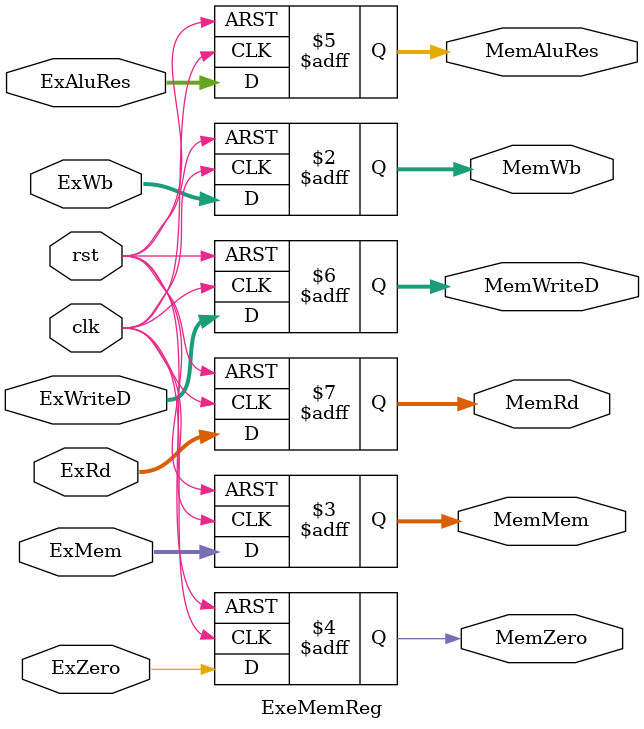
<source format=v>
`timescale 1ps/1ps
module ExeMemReg (
    clk,
    rst,
    ExWb,
    ExMem,
    ExZero,
    ExAluRes,
    ExWriteD,
    ExRd,

    MemWb,
    MemMem,
    MemZero,
    MemAluRes,
    MemWriteD,
    MemRd
    );
    input clk, rst;
    input [1:0]ExWb;
    input [1:0]ExMem;
    input ExZero;
    input [31:0]ExAluRes,
    ExWriteD;
    input [4:0]ExRd;
    
    output reg [1:0]MemWb;
    output reg [1:0]MemMem;
    output reg MemZero;
    output reg [31:0]MemAluRes,
    MemWriteD;
    output reg [4:0]MemRd;

    always @(posedge clk, posedge rst) begin
        if (rst) begin
            MemWb = 2'b0;
            MemMem = 2'b0;
            MemZero = 1'b0;
            MemAluRes = 32'b0;
            MemWriteD = 32'b0;
            MemRd = 5'b0;
        end
        else begin
            MemWb = ExWb;
            MemMem = ExMem;
            MemZero = ExZero;
            MemAluRes = ExAluRes;
            MemWriteD = ExWriteD;
            MemRd = ExRd;
        end
    end
endmodule





</source>
